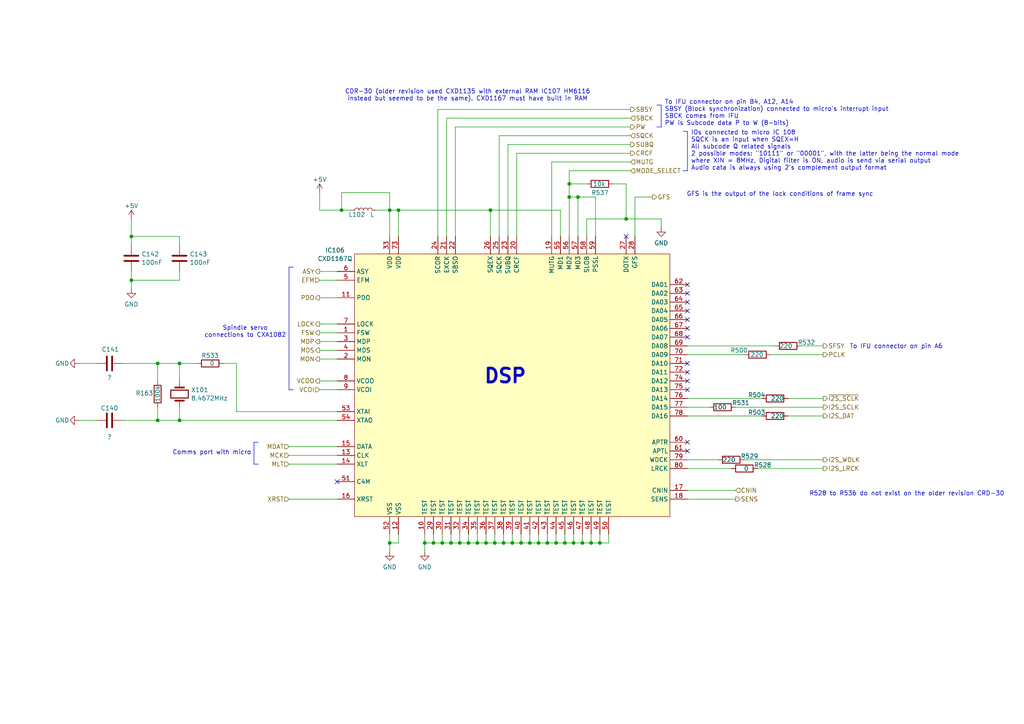
<source format=kicad_sch>
(kicad_sch (version 20231120) (generator "eeschema") (generator_version "8.0")
  (paper "A4")
  (title_block (title "PC-Engine CDR-30A (CD-ROM2) Schematics - MAIN PWR") (date "2024-05-03") (rev "0.1") (company "Author: Regis Galland"))
  (lib_symbols
    (symbol "Device:C" (pin_numbers hide) (pin_names (offset 0.254))
      (property "Reference" "C" (at 0.635 2.54 0))
      (property "Value" "C" (at 0.635 -2.54 0))
      (symbol "C_0_1"
        (polyline (pts (xy -2.032 -0.762) (xy 2.032 -0.762)) (stroke (width 0.508)))
        (polyline (pts (xy -2.032 0.762) (xy 2.032 0.762)) (stroke (width 0.508)))
      )
      (symbol "C_1_1"
        (pin passive line (at 0 3.81 270) (length 2.794) (name "~") (number "1"))
        (pin passive line (at 0 -3.81 90) (length 2.794) (name "~") (number "2"))
      )
    )
    (symbol "Device:Crystal" (pin_numbers hide) (pin_names (offset 1.016) hide)
      (property "Reference" "Y" (at 0 3.81 0))
      (property "Value" "Crystal" (at 0 -3.81 0))
      (symbol "Crystal_0_1"
        (rectangle (start -1.143 2.54) (end 1.143 -2.54) (stroke (width 0.3048)))
        (polyline (pts (xy -2.54 0) (xy -1.905 0)))
        (polyline (pts (xy -1.905 -1.27) (xy -1.905 1.27)) (stroke (width 0.508)))
        (polyline (pts (xy 1.905 -1.27) (xy 1.905 1.27)) (stroke (width 0.508)))
        (polyline (pts (xy 2.54 0) (xy 1.905 0)))
      )
      (symbol "Crystal_1_1"
        (pin passive line (at -3.81 0 0) (length 1.27) (name "1") (number "1"))
        (pin passive line (at 3.81 0 180) (length 1.27) (name "2") (number "2"))
      )
    )
    (symbol "Device:L" (pin_numbers hide) (pin_names (offset 1.016) hide)
      (property "Reference" "L" (at -1.27 0 90))
      (property "Value" "L" (at 1.905 0 90))
      (symbol "L_0_1"
        (arc (start 0 -2.54) (mid 0.6323 -1.905) (end 0 -1.27))
        (arc (start 0 -1.27) (mid 0.6323 -0.635) (end 0 0))
        (arc (start 0 0) (mid 0.6323 0.635) (end 0 1.27))
        (arc (start 0 1.27) (mid 0.6323 1.905) (end 0 2.54))
      )
      (symbol "L_1_1"
        (pin passive line (at 0 3.81 270) (length 1.27) (name "1") (number "1"))
        (pin passive line (at 0 -3.81 90) (length 1.27) (name "2") (number "2"))
      )
    )
    (symbol "Device:R" (pin_numbers hide) (pin_names (offset 0))
      (property "Reference" "R" (at 2.032 0 90))
      (property "Value" "R" (at 0 0 90))
      (symbol "R_0_1"
        (rectangle (start -1.016 -2.54) (end 1.016 2.54) (stroke (width 0.254)))
      )
      (symbol "R_1_1"
        (pin passive line (at 0 3.81 270) (length 1.27) (name "~") (number "1"))
        (pin passive line (at 0 -3.81 90) (length 1.27) (name "~") (number "2"))
      )
    )
    (symbol "PC-Engine_CDR-30:CXD1167Q"
      (property "Reference" "IC1071" (at -51.4252 39.165 0))
      (property "Value" "CXD1167Q" (at -51.4252 36.7407 0))
      (symbol "CXD1167Q_1_1"
        (rectangle (start -45.72 38.1) (end 45.72 -38.1) (fill (type background)))
        (pin output line (at -50.8 15.24 0) (length 5.08) (name "FSW") (number "1"))
        (pin input line (at -25.4 -43.18 90) (length 5.08) (name "TEST") (number "10"))
        (pin output line (at -50.8 25.4 0) (length 5.08) (name "PDO") (number "11"))
        (pin power_in line (at -33.02 -43.18 90) (length 5.08) (name "VSS") (number "12"))
        (pin input line (at -50.8 -20.32 0) (length 5.08) (name "CLK") (number "13"))
        (pin input line (at -50.8 -22.86 0) (length 5.08) (name "XLT") (number "14"))
        (pin input line (at -50.8 -17.78 0) (length 5.08) (name "DATA") (number "15"))
        (pin input line (at -50.8 -33.02 0) (length 5.08) (name "XRST") (number "16"))
        (pin input line (at 50.8 -30.48 180) (length 5.08) (name "CNIN") (number "17"))
        (pin output line (at 50.8 -33.02 180) (length 5.08) (name "SENS") (number "18"))
        (pin input line (at 11.43 43.18 270) (length 5.08) (name "MUTG") (number "19"))
        (pin output line (at -50.8 7.62 0) (length 5.08) (name "MON") (number "2"))
        (pin output line (at 1.27 43.18 270) (length 5.08) (name "CRCF") (number "20"))
        (pin input line (at -19.05 43.18 270) (length 5.08) (name "EXCK") (number "21"))
        (pin output line (at -16.51 43.18 270) (length 5.08) (name "SBSO") (number "22"))
        (pin output line (at -1.27 43.18 270) (length 5.08) (name "SUBQ") (number "23"))
        (pin output line (at -21.59 43.18 270) (length 5.08) (name "SCOR") (number "24"))
        (pin bidirectional line (at -3.81 43.18 270) (length 5.08) (name "SQCK") (number "25"))
        (pin input line (at -6.35 43.18 270) (length 5.08) (name "SQEX") (number "26"))
        (pin output line (at 33.02 43.18 270) (length 5.08) (name "DOTX") (number "27"))
        (pin output line (at 35.56 43.18 270) (length 5.08) (name "GFS") (number "28"))
        (pin input line (at -22.86 -43.18 90) (length 5.08) (name "TEST") (number "29"))
        (pin output line (at -50.8 12.7 0) (length 5.08) (name "MDP") (number "3"))
        (pin input line (at -20.32 -43.18 90) (length 5.08) (name "TEST") (number "30"))
        (pin input line (at -17.78 -43.18 90) (length 5.08) (name "TEST") (number "31"))
        (pin input line (at -15.24 -43.18 90) (length 5.08) (name "TEST") (number "32"))
        (pin power_in line (at -35.56 43.18 270) (length 5.08) (name "VDD") (number "33"))
        (pin input line (at -12.7 -43.18 90) (length 5.08) (name "TEST") (number "34"))
        (pin input line (at -10.16 -43.18 90) (length 5.08) (name "TEST") (number "35"))
        (pin input line (at -7.62 -43.18 90) (length 5.08) (name "TEST") (number "36"))
        (pin input line (at -5.08 -43.18 90) (length 5.08) (name "TEST") (number "37"))
        (pin input line (at -2.54 -43.18 90) (length 5.08) (name "TEST") (number "38"))
        (pin input line (at 0 -43.18 90) (length 5.08) (name "TEST") (number "39"))
        (pin output line (at -50.8 10.16 0) (length 5.08) (name "MDS") (number "4"))
        (pin input line (at 2.54 -43.18 90) (length 5.08) (name "TEST") (number "40"))
        (pin input line (at 5.08 -43.18 90) (length 5.08) (name "TEST") (number "41"))
        (pin input line (at 7.62 -43.18 90) (length 5.08) (name "TEST") (number "42"))
        (pin input line (at 10.16 -43.18 90) (length 5.08) (name "TEST") (number "43"))
        (pin input line (at 12.7 -43.18 90) (length 5.08) (name "TEST") (number "44"))
        (pin input line (at 15.24 -43.18 90) (length 5.08) (name "TEST") (number "45"))
        (pin input line (at 17.78 -43.18 90) (length 5.08) (name "TEST") (number "46"))
        (pin input line (at 20.32 -43.18 90) (length 5.08) (name "TEST") (number "47"))
        (pin input line (at 22.86 -43.18 90) (length 5.08) (name "TEST") (number "48"))
        (pin input line (at 25.4 -43.18 90) (length 5.08) (name "TEST") (number "49"))
        (pin input line (at -50.8 30.48 0) (length 5.08) (name "EFM") (number "5"))
        (pin input line (at 27.94 -43.18 90) (length 5.08) (name "TEST") (number "50"))
        (pin output line (at -50.8 -27.94 0) (length 5.08) (name "C4M") (number "51"))
        (pin power_in line (at -35.56 -43.18 90) (length 5.08) (name "VSS") (number "52"))
        (pin input line (at -50.8 -7.62 0) (length 5.08) (name "XTAI") (number "53"))
        (pin output line (at -50.8 -10.16 0) (length 5.08) (name "XTAO") (number "54"))
        (pin input line (at 13.97 43.18 270) (length 5.08) (name "MD1") (number "55"))
        (pin input line (at 16.51 43.18 270) (length 5.08) (name "MD2") (number "56"))
        (pin input line (at 19.05 43.18 270) (length 5.08) (name "MD3") (number "57"))
        (pin input line (at 21.59 43.18 270) (length 5.08) (name "SLOB") (number "58"))
        (pin input line (at 24.13 43.18 270) (length 5.08) (name "PSSL") (number "59"))
        (pin output line (at -50.8 33.02 0) (length 5.08) (name "ASY") (number "6"))
        (pin output line (at 50.8 -16.51 180) (length 5.08) (name "APTR") (number "60"))
        (pin output line (at 50.8 -19.05 180) (length 5.08) (name "APTL") (number "61"))
        (pin output line (at 50.8 29.21 180) (length 5.08) (name "DA01") (number "62"))
        (pin output line (at 50.8 26.67 180) (length 5.08) (name "DA02") (number "63"))
        (pin output line (at 50.8 24.13 180) (length 5.08) (name "DA03") (number "64"))
        (pin output line (at 50.8 21.59 180) (length 5.08) (name "DA04") (number "65"))
        (pin output line (at 50.8 19.05 180) (length 5.08) (name "DA05") (number "66"))
        (pin output line (at 50.8 16.51 180) (length 5.08) (name "DA06") (number "67"))
        (pin output line (at 50.8 13.97 180) (length 5.08) (name "DA07") (number "68"))
        (pin output line (at 50.8 11.43 180) (length 5.08) (name "DA08") (number "69"))
        (pin output line (at -50.8 17.78 0) (length 5.08) (name "LOCK") (number "7"))
        (pin output line (at 50.8 8.89 180) (length 5.08) (name "DA09") (number "70"))
        (pin output line (at 50.8 6.35 180) (length 5.08) (name "DA10") (number "71"))
        (pin output line (at 50.8 3.81 180) (length 5.08) (name "DA11") (number "72"))
        (pin power_in line (at -33.02 43.18 270) (length 5.08) (name "VDD") (number "73"))
        (pin output line (at 50.8 1.27 180) (length 5.08) (name "DA12") (number "74"))
        (pin output line (at 50.8 -1.27 180) (length 5.08) (name "DA13") (number "75"))
        (pin output line (at 50.8 -3.81 180) (length 5.08) (name "DA14") (number "76"))
        (pin output line (at 50.8 -6.35 180) (length 5.08) (name "DA15") (number "77"))
        (pin output line (at 50.8 -8.89 180) (length 5.08) (name "DA16") (number "78"))
        (pin output line (at 50.8 -21.59 180) (length 5.08) (name "WDCK") (number "79"))
        (pin output line (at -50.8 1.27 0) (length 5.08) (name "VCOO") (number "8"))
        (pin output line (at 50.8 -24.13 180) (length 5.08) (name "LRCK") (number "80"))
        (pin input line (at -50.8 -1.27 0) (length 5.08) (name "VCOI") (number "9"))
      )
    )
    (symbol "power:+5V" (power) (pin_numbers hide) (pin_names (offset 0) hide)
      (property "Value" "+5V" (at 0 3.556 0))
      (symbol "+5V_0_1"
        (polyline (pts (xy -0.762 1.27) (xy 0 2.54)))
        (polyline (pts (xy 0 0) (xy 0 2.54)))
        (polyline (pts (xy 0 2.54) (xy 0.762 1.27)))
      )
      (symbol "+5V_1_1"
        (pin power_in line (at 0 0 90) (length 0) (name "~") (number "1"))
      )
    )
    (symbol "power:GND" (power) (pin_numbers hide) (pin_names (offset 0) hide)
      (property "Value" "GND" (at 0 -3.81 0))
      (symbol "GND_0_1"
        (polyline (pts (xy 0 0) (xy 0 -1.27) (xy 1.27 -1.27) (xy 0 -2.54) (xy -1.27 -1.27) (xy 0 -1.27)))
      )
      (symbol "GND_1_1"
        (pin power_in line (at 0 0 270) (length 0) (name "~") (number "1"))
      )
    )
  )
  (junction (at 113.03 60.96))
  (junction (at 38.1 81.28))
  (junction (at 138.43 157.48))
  (junction (at 38.1 68.58))
  (junction (at 140.97 157.48))
  (junction (at 156.21 157.48))
  (junction (at 135.89 157.48))
  (junction (at 158.75 157.48))
  (junction (at 161.29 157.48))
  (junction (at 167.64 57.15))
  (junction (at 151.13 157.48))
  (junction (at 115.57 60.96))
  (junction (at 148.59 157.48))
  (junction (at 45.72 105.41))
  (junction (at 52.07 105.41))
  (junction (at 130.81 157.48))
  (junction (at 133.35 157.48))
  (junction (at 143.51 157.48))
  (junction (at 99.06 60.96))
  (junction (at 146.05 157.48))
  (junction (at 165.1 53.34))
  (junction (at 52.07 121.92))
  (junction (at 163.83 157.48))
  (junction (at 166.37 157.48))
  (junction (at 125.73 157.48))
  (junction (at 142.24 60.96))
  (junction (at 173.99 157.48))
  (junction (at 171.45 157.48))
  (junction (at 153.67 157.48))
  (junction (at 168.91 157.48))
  (junction (at 113.03 157.48))
  (junction (at 123.19 157.48))
  (junction (at 165.1 57.15))
  (junction (at 128.27 157.48))
  (junction (at 181.61 63.5))
  (junction (at 45.72 121.92))
  (no_connect (at 199.39 87.63))
  (no_connect (at 199.39 90.17))
  (no_connect (at 199.39 128.27))
  (no_connect (at 199.39 97.79))
  (no_connect (at 199.39 92.71))
  (no_connect (at 97.79 139.7))
  (no_connect (at 199.39 130.81))
  (no_connect (at 199.39 85.09))
  (no_connect (at 181.61 68.58))
  (no_connect (at 199.39 113.03))
  (no_connect (at 199.39 110.49))
  (no_connect (at 199.39 107.95))
  (no_connect (at 199.39 105.41))
  (no_connect (at 199.39 82.55))
  (no_connect (at 199.39 95.25))
  (wire (pts (xy 52.07 68.58) (xy 52.07 71.12)))
  (wire (pts (xy 83.82 132.08) (xy 97.79 132.08)))
  (wire (pts (xy 92.71 86.36) (xy 97.79 86.36)))
  (wire (pts (xy 146.05 154.94) (xy 146.05 157.48)))
  (wire (pts (xy 228.6 120.65) (xy 238.76 120.65)))
  (wire (pts (xy 38.1 71.12) (xy 38.1 68.58)))
  (wire (pts (xy 113.03 60.96) (xy 113.03 55.88)))
  (wire (pts (xy 83.82 134.62) (xy 97.79 134.62)))
  (wire (pts (xy 38.1 81.28) (xy 38.1 78.74)))
  (wire (pts (xy 142.24 60.96) (xy 115.57 60.96)))
  (wire (pts (xy 144.78 68.58) (xy 144.78 39.37)))
  (wire (pts (xy 171.45 154.94) (xy 171.45 157.48)))
  (wire (pts (xy 151.13 154.94) (xy 151.13 157.48)))
  (wire (pts (xy 92.71 104.14) (xy 97.79 104.14)))
  (wire (pts (xy 199.39 100.33) (xy 224.79 100.33)))
  (wire (pts (xy 172.72 57.15) (xy 172.72 68.58)))
  (wire (pts (xy 92.71 81.28) (xy 97.79 81.28)))
  (polyline (pts (xy 73.66 128.27) (xy 73.66 134.62)))
  (wire (pts (xy 97.79 119.38) (xy 68.58 119.38)))
  (polyline (pts (xy 199.39 38.1) (xy 199.39 49.53)))
  (wire (pts (xy 184.15 57.15) (xy 189.23 57.15)))
  (wire (pts (xy 165.1 57.15) (xy 165.1 68.58)))
  (wire (pts (xy 99.06 55.88) (xy 99.06 60.96)))
  (wire (pts (xy 130.81 154.94) (xy 130.81 157.48)))
  (wire (pts (xy 38.1 83.82) (xy 38.1 81.28)))
  (wire (pts (xy 165.1 53.34) (xy 165.1 57.15)))
  (wire (pts (xy 92.71 113.03) (xy 97.79 113.03)))
  (wire (pts (xy 99.06 60.96) (xy 101.6 60.96)))
  (wire (pts (xy 181.61 63.5) (xy 191.77 63.5)))
  (wire (pts (xy 123.19 160.02) (xy 123.19 157.48)))
  (polyline (pts (xy 74.93 134.62) (xy 73.66 134.62)))
  (wire (pts (xy 109.22 60.96) (xy 113.03 60.96)))
  (wire (pts (xy 161.29 154.94) (xy 161.29 157.48)))
  (wire (pts (xy 68.58 119.38) (xy 68.58 105.41)))
  (wire (pts (xy 181.61 53.34) (xy 181.61 63.5)))
  (wire (pts (xy 170.18 68.58) (xy 170.18 63.5)))
  (wire (pts (xy 92.71 99.06) (xy 97.79 99.06)))
  (wire (pts (xy 113.03 157.48) (xy 115.57 157.48)))
  (wire (pts (xy 144.78 39.37) (xy 182.88 39.37)))
  (wire (pts (xy 138.43 154.94) (xy 138.43 157.48)))
  (wire (pts (xy 213.36 144.78) (xy 199.39 144.78)))
  (wire (pts (xy 127 31.75) (xy 127 68.58)))
  (wire (pts (xy 115.57 60.96) (xy 115.57 68.58)))
  (wire (pts (xy 177.8 53.34) (xy 181.61 53.34)))
  (wire (pts (xy 167.64 57.15) (xy 167.64 68.58)))
  (wire (pts (xy 123.19 154.94) (xy 123.19 157.48)))
  (wire (pts (xy 199.39 118.11) (xy 205.74 118.11)))
  (wire (pts (xy 83.82 144.78) (xy 97.79 144.78)))
  (wire (pts (xy 125.73 154.94) (xy 125.73 157.48)))
  (wire (pts (xy 45.72 105.41) (xy 52.07 105.41)))
  (wire (pts (xy 92.71 101.6) (xy 97.79 101.6)))
  (wire (pts (xy 160.02 46.99) (xy 160.02 68.58)))
  (wire (pts (xy 133.35 154.94) (xy 133.35 157.48)))
  (wire (pts (xy 22.86 105.41) (xy 27.94 105.41)))
  (wire (pts (xy 182.88 31.75) (xy 127 31.75)))
  (wire (pts (xy 176.53 157.48) (xy 176.53 154.94)))
  (wire (pts (xy 92.71 93.98) (xy 97.79 93.98)))
  (wire (pts (xy 173.99 154.94) (xy 173.99 157.48)))
  (wire (pts (xy 147.32 41.91) (xy 182.88 41.91)))
  (wire (pts (xy 92.71 60.96) (xy 99.06 60.96)))
  (wire (pts (xy 215.9 133.35) (xy 238.76 133.35)))
  (wire (pts (xy 158.75 157.48) (xy 161.29 157.48)))
  (wire (pts (xy 153.67 154.94) (xy 153.67 157.48)))
  (wire (pts (xy 165.1 49.53) (xy 165.1 53.34)))
  (polyline (pts (xy 190.5 30.48) (xy 191.77 30.48)))
  (wire (pts (xy 92.71 110.49) (xy 97.79 110.49)))
  (polyline (pts (xy 191.77 30.48) (xy 191.77 36.83)))
  (wire (pts (xy 113.03 157.48) (xy 113.03 154.94)))
  (polyline (pts (xy 198.12 38.1) (xy 199.39 38.1)))
  (wire (pts (xy 165.1 57.15) (xy 167.64 57.15)))
  (wire (pts (xy 99.06 55.88) (xy 113.03 55.88)))
  (wire (pts (xy 182.88 49.53) (xy 165.1 49.53)))
  (wire (pts (xy 52.07 110.49) (xy 52.07 105.41)))
  (wire (pts (xy 147.32 68.58) (xy 147.32 41.91)))
  (wire (pts (xy 182.88 46.99) (xy 160.02 46.99)))
  (wire (pts (xy 199.39 102.87) (xy 215.9 102.87)))
  (wire (pts (xy 199.39 115.57) (xy 220.98 115.57)))
  (wire (pts (xy 115.57 60.96) (xy 113.03 60.96)))
  (polyline (pts (xy 74.93 128.27) (xy 73.66 128.27)))
  (wire (pts (xy 113.03 60.96) (xy 113.03 68.58)))
  (wire (pts (xy 171.45 157.48) (xy 173.99 157.48)))
  (wire (pts (xy 128.27 157.48) (xy 130.81 157.48)))
  (wire (pts (xy 168.91 154.94) (xy 168.91 157.48)))
  (wire (pts (xy 83.82 129.54) (xy 97.79 129.54)))
  (wire (pts (xy 146.05 157.48) (xy 148.59 157.48)))
  (wire (pts (xy 173.99 157.48) (xy 176.53 157.48)))
  (wire (pts (xy 57.15 105.41) (xy 52.07 105.41)))
  (wire (pts (xy 158.75 154.94) (xy 158.75 157.48)))
  (wire (pts (xy 68.58 105.41) (xy 64.77 105.41)))
  (wire (pts (xy 45.72 118.11) (xy 45.72 121.92)))
  (wire (pts (xy 140.97 157.48) (xy 143.51 157.48)))
  (wire (pts (xy 129.54 68.58) (xy 129.54 34.29)))
  (wire (pts (xy 45.72 105.41) (xy 45.72 110.49)))
  (wire (pts (xy 165.1 53.34) (xy 170.18 53.34)))
  (wire (pts (xy 35.56 121.92) (xy 45.72 121.92)))
  (wire (pts (xy 97.79 78.74) (xy 92.71 78.74)))
  (wire (pts (xy 167.64 57.15) (xy 172.72 57.15)))
  (wire (pts (xy 52.07 118.11) (xy 52.07 121.92)))
  (wire (pts (xy 38.1 68.58) (xy 52.07 68.58)))
  (wire (pts (xy 168.91 157.48) (xy 171.45 157.48)))
  (wire (pts (xy 125.73 157.48) (xy 128.27 157.48)))
  (wire (pts (xy 135.89 157.48) (xy 138.43 157.48)))
  (wire (pts (xy 161.29 157.48) (xy 163.83 157.48)))
  (wire (pts (xy 163.83 154.94) (xy 163.83 157.48)))
  (wire (pts (xy 128.27 154.94) (xy 128.27 157.48)))
  (wire (pts (xy 199.39 120.65) (xy 220.98 120.65)))
  (wire (pts (xy 143.51 157.48) (xy 143.51 154.94)))
  (wire (pts (xy 213.36 142.24) (xy 199.39 142.24)))
  (wire (pts (xy 151.13 157.48) (xy 153.67 157.48)))
  (wire (pts (xy 149.86 44.45) (xy 149.86 68.58)))
  (wire (pts (xy 135.89 154.94) (xy 135.89 157.48)))
  (wire (pts (xy 92.71 96.52) (xy 97.79 96.52)))
  (wire (pts (xy 138.43 157.48) (xy 140.97 157.48)))
  (wire (pts (xy 143.51 157.48) (xy 146.05 157.48)))
  (wire (pts (xy 132.08 36.83) (xy 182.88 36.83)))
  (wire (pts (xy 130.81 157.48) (xy 133.35 157.48)))
  (wire (pts (xy 182.88 44.45) (xy 149.86 44.45)))
  (wire (pts (xy 52.07 78.74) (xy 52.07 81.28)))
  (wire (pts (xy 115.57 157.48) (xy 115.57 154.94)))
  (wire (pts (xy 148.59 154.94) (xy 148.59 157.48)))
  (polyline (pts (xy 198.12 49.53) (xy 199.39 49.53)))
  (wire (pts (xy 22.86 121.92) (xy 27.94 121.92)))
  (wire (pts (xy 223.52 102.87) (xy 238.76 102.87)))
  (polyline (pts (xy 83.82 77.47) (xy 83.82 113.03)))
  (wire (pts (xy 219.71 135.89) (xy 238.76 135.89)))
  (polyline (pts (xy 190.5 36.83) (xy 191.77 36.83)))
  (polyline (pts (xy 85.09 77.47) (xy 83.82 77.47)))
  (wire (pts (xy 140.97 154.94) (xy 140.97 157.48)))
  (wire (pts (xy 38.1 63.5) (xy 38.1 68.58)))
  (wire (pts (xy 199.39 133.35) (xy 208.28 133.35)))
  (wire (pts (xy 35.56 105.41) (xy 45.72 105.41)))
  (wire (pts (xy 92.71 55.88) (xy 92.71 60.96)))
  (wire (pts (xy 148.59 157.48) (xy 151.13 157.48)))
  (wire (pts (xy 156.21 157.48) (xy 158.75 157.48)))
  (wire (pts (xy 213.36 118.11) (xy 238.76 118.11)))
  (wire (pts (xy 113.03 160.02) (xy 113.03 157.48)))
  (wire (pts (xy 52.07 121.92) (xy 97.79 121.92)))
  (wire (pts (xy 123.19 157.48) (xy 125.73 157.48)))
  (wire (pts (xy 133.35 157.48) (xy 135.89 157.48)))
  (wire (pts (xy 232.41 100.33) (xy 238.76 100.33)))
  (wire (pts (xy 170.18 63.5) (xy 181.61 63.5)))
  (wire (pts (xy 228.6 115.57) (xy 238.76 115.57)))
  (wire (pts (xy 163.83 157.48) (xy 166.37 157.48)))
  (wire (pts (xy 156.21 154.94) (xy 156.21 157.48)))
  (wire (pts (xy 45.72 121.92) (xy 52.07 121.92)))
  (wire (pts (xy 199.39 135.89) (xy 212.09 135.89)))
  (wire (pts (xy 142.24 60.96) (xy 142.24 68.58)))
  (wire (pts (xy 184.15 68.58) (xy 184.15 57.15)))
  (wire (pts (xy 162.56 60.96) (xy 162.56 68.58)))
  (wire (pts (xy 129.54 34.29) (xy 182.88 34.29)))
  (wire (pts (xy 132.08 68.58) (xy 132.08 36.83)))
  (wire (pts (xy 52.07 81.28) (xy 38.1 81.28)))
  (wire (pts (xy 162.56 60.96) (xy 142.24 60.96)))
  (wire (pts (xy 153.67 157.48) (xy 156.21 157.48)))
  (polyline (pts (xy 85.09 113.03) (xy 83.82 113.03)))
  (wire (pts (xy 166.37 154.94) (xy 166.37 157.48)))
  (wire (pts (xy 191.77 66.04) (xy 191.77 63.5)))
  (wire (pts (xy 166.37 157.48) (xy 168.91 157.48)))
  (text "DSP" (at 146.558 109.22 0) (effects (font (size 4 4) (thickness 0.8) (bold yes))))
  (text "Comms port with micro" (at 61.468 131.318 0) (effects (font (size 1.27 1.27))))
  (text "GFS is the output of the lock conditions of frame sync" (at 199.136 56.388 0) (effects (font (size 1.27 1.27)) (justify left)))
  (text "To IFU connector on pin B4, A12, A14\nSBSY (Block synchronization) connected to micro's interrupt input\nSBCK comes from IFU\nPW is Subcode data P to W (8-bits)" (at 192.786 32.766 0) (effects (font (size 1.27 1.27)) (justify left)))
  (text "R528 to R536 do not exist on the older revision CRD-30" (at 234.696 143.256 0) (effects (font (size 1.27 1.27)) (justify left)))
  (text "IOs connected to micro IC 108\nSQCK is an input when SQEX=H\nAll subcode Q related signals\n2 possible modes: \"10111\" or \"00001\", with the latter being the normal mode\nwhere XIN = 8MHz, Digital filter is ON, audio is send via serial output\nAudio cata is always using 2's complement output format\n" (at 200.406 43.688 0) (effects (font (size 1.27 1.27)) (justify left)))
  (text "CDR-30 (older revision used CXD1135 with external RAM IC107 HM6116\ninstead but seemed to be the same). CXD1167 must have built in RAM" (at 135.636 27.686 0) (effects (font (size 1.27 1.27))))
  (text "Spindle servo\nconnections to CXA1082\n" (at 71.12 96.266 0) (effects (font (size 1.27 1.27))))
  (text "To IFU connector on pin A6" (at 246.38 100.584 0) (effects (font (size 1.27 1.27)) (justify left)))
  (hierarchical_label "VCOO" (shape output) (at 92.71 110.49 180))
  (hierarchical_label "SFSY" (shape output) (at 238.76 100.33 0))
  (hierarchical_label "PDO" (shape output) (at 92.71 86.36 180))
  (hierarchical_label "SBCK" (shape input) (at 182.88 34.29 0))
  (hierarchical_label "SBSY" (shape output) (at 182.88 31.75 0))
  (hierarchical_label "~{I2S_SCLK}" (shape output) (at 238.76 115.57 0))
  (hierarchical_label "MON" (shape output) (at 92.71 104.14 180))
  (hierarchical_label "FSW" (shape output) (at 92.71 96.52 180))
  (hierarchical_label "PCLK" (shape output) (at 238.76 102.87 0))
  (hierarchical_label "XRST" (shape input) (at 83.82 144.78 180))
  (hierarchical_label "MUTG" (shape input) (at 182.88 46.99 0))
  (hierarchical_label "GFS" (shape output) (at 189.23 57.15 0))
  (hierarchical_label "I2S_DAT" (shape output) (at 238.76 120.65 0))
  (hierarchical_label "MDAT" (shape input) (at 83.82 129.54 180))
  (hierarchical_label "EFM" (shape input) (at 92.71 81.28 180))
  (hierarchical_label "SQCK" (shape input) (at 182.88 39.37 0))
  (hierarchical_label "MODE_SELECT" (shape input) (at 182.88 49.53 0))
  (hierarchical_label "ASY" (shape output) (at 92.71 78.74 180))
  (hierarchical_label "CRCF" (shape output) (at 182.88 44.45 0))
  (hierarchical_label "I2S_LRCK" (shape output) (at 238.76 135.89 0))
  (hierarchical_label "LOCK" (shape output) (at 92.71 93.98 180))
  (hierarchical_label "MDP" (shape output) (at 92.71 99.06 180))
  (hierarchical_label "SUBQ" (shape output) (at 182.88 41.91 0))
  (hierarchical_label "MCK" (shape input) (at 83.82 132.08 180))
  (hierarchical_label "PW" (shape output) (at 182.88 36.83 0))
  (hierarchical_label "CNIN" (shape input) (at 213.36 142.24 0))
  (hierarchical_label "MLT" (shape input) (at 83.82 134.62 180))
  (hierarchical_label "I2S_WDLK" (shape output) (at 238.76 133.35 0))
  (hierarchical_label "MDS" (shape output) (at 92.71 101.6 180))
  (hierarchical_label "VCOI" (shape input) (at 92.71 113.03 180))
  (hierarchical_label "SENS" (shape output) (at 213.36 144.78 0))
  (hierarchical_label "I2S_SCLK" (shape output) (at 238.76 118.11 0))
  (symbol (lib_id "power:GND") (at 113.03 160.02 0) (unit 1)
    (property "Reference" "#PWR062" (effects (hide yes)))
    (property "Value" "GND" (at 113.03 164.4634 0))
    (property "Description" "Power symbol creates a global label with name \"GND\" , ground" (effects (hide yes)))
  )
  (symbol (lib_id "power:GND") (at 191.77 66.04 0) (unit 1)
    (property "Reference" "#PWR057" (effects (hide yes)))
    (property "Value" "GND" (at 191.77 70.4834 0))
    (property "Description" "Power symbol creates a global label with name \"GND\" , ground" (effects (hide yes)))
  )
  (symbol (lib_id "Device:R") (at 228.6 100.33 270) (mirror x) (unit 1)
    (property "Reference" "R532" (at 236.474 99.314 90) (effects (justify right)))
    (property "Value" "220" (at 229.87 100.33 90) (effects (justify right)))
    (property "Footprint" "Resistor_SMD:R_0603_1608Metric" (effects (hide yes)))
  )
  (symbol (lib_id "Device:R") (at 219.71 102.87 270) (mirror x) (unit 1)
    (property "Reference" "R500" (at 216.916 101.6 90) (effects (justify right)))
    (property "Value" "220" (at 221.488 102.87 90) (effects (justify right)))
    (property "Footprint" "Resistor_SMD:R_0603_1608Metric" (effects (hide yes)))
  )
  (symbol (lib_id "Device:R") (at 60.96 105.41 270) (mirror x) (unit 1)
    (property "Reference" "R533" (at 63.5 103.124 90) (effects (justify right)))
    (property "Value" "0" (at 62.23 105.41 90) (effects (justify right)))
    (property "Footprint" "Resistor_SMD:R_0603_1608Metric" (effects (hide yes)))
  )
  (symbol (lib_id "Device:R") (at 224.79 115.57 90) (unit 1)
    (property "Reference" "R504" (at 216.916 114.554 90) (effects (justify right)))
    (property "Value" "220" (at 223.52 115.57 90) (effects (justify right)))
    (property "Footprint" "Resistor_SMD:R_0603_1608Metric" (effects (hide yes)))
  )
  (symbol (lib_id "power:+5V") (at 92.71 55.88 0) (unit 1)
    (property "Reference" "#PWR055" (effects (hide yes)))
    (property "Value" "+5V" (at 92.71 52.07 0))
    (property "Description" "Power symbol creates a global label with name \"+5V\"" (effects (hide yes)))
  )
  (symbol (lib_id "Device:R") (at 45.72 114.3 0) (unit 1)
    (property "Reference" "R163" (at 44.45 114.046 0) (effects (justify right)))
    (property "Value" "100k" (at 45.72 111.76 90) (effects (justify right)))
    (property "Footprint" "Resistor_SMD:R_0603_1608Metric" (effects (hide yes)))
  )
  (symbol (lib_id "Device:R") (at 212.09 133.35 270) (mirror x) (unit 1)
    (property "Reference" "R529" (at 219.964 132.334 90) (effects (justify right)))
    (property "Value" "220" (at 213.36 133.35 90) (effects (justify right)))
    (property "Footprint" "Resistor_SMD:R_0603_1608Metric" (effects (hide yes)))
  )
  (symbol (lib_id "power:GND") (at 123.19 160.02 0) (unit 1)
    (property "Reference" "#PWR063" (effects (hide yes)))
    (property "Value" "GND" (at 123.19 164.4634 0))
    (property "Description" "Power symbol creates a global label with name \"GND\" , ground" (effects (hide yes)))
  )
  (symbol (lib_id "Device:C") (at 31.75 105.41 270) (unit 1)
    (property "Reference" "C141" (at 32.004 101.346 90))
    (property "Value" "?" (at 31.75 109.474 90))
    (property "Footprint" "Capacitor_SMD:C_0603_1608Metric" (effects (hide yes)))
  )
  (symbol (lib_id "Device:R") (at 173.99 53.34 90) (unit 1)
    (property "Reference" "R537" (at 171.45 55.88 90) (effects (justify right)))
    (property "Value" "10k" (at 171.958 53.34 90) (effects (justify right)))
    (property "Footprint" "Resistor_SMD:R_0603_1608Metric" (effects (hide yes)))
  )
  (symbol (lib_id "PC-Engine_CDR-30:CXD1167Q") (at 148.59 111.76 0) (unit 1)
    (property "Reference" "IC106" (at 97.1648 72.595 0))
    (property "Value" "CXD1167Q" (at 97.1648 75.0193 0))
    (property "Footprint" "Package_QFP:PQFP-100_14x20mm_P0.65mm" (effects (hide yes)))
  )
  (symbol (lib_id "Device:R") (at 224.79 120.65 90) (unit 1)
    (property "Reference" "R503" (at 216.916 119.634 90) (effects (justify right)))
    (property "Value" "220" (at 223.52 120.65 90) (effects (justify right)))
    (property "Footprint" "Resistor_SMD:R_0603_1608Metric" (effects (hide yes)))
  )
  (symbol (lib_id "Device:R") (at 215.9 135.89 270) (mirror x) (unit 1)
    (property "Reference" "R528" (at 223.774 134.874 90) (effects (justify right)))
    (property "Value" "0" (at 217.17 135.89 90) (effects (justify right)))
    (property "Footprint" "Resistor_SMD:R_0603_1608Metric" (effects (hide yes)))
  )
  (symbol (lib_id "power:GND") (at 22.86 105.41 270) (unit 1)
    (property "Reference" "#PWR059" (effects (hide yes)))
    (property "Value" "GND" (at 18.034 105.41 90))
    (property "Description" "Power symbol creates a global label with name \"GND\" , ground" (effects (hide yes)))
  )
  (symbol (lib_id "Device:Crystal") (at 52.07 114.3 90) (unit 1)
    (property "Reference" "X101" (at 55.3974 113.0878 90) (effects (justify right)))
    (property "Value" "8.4672MHz" (at 55.3974 115.5121 90) (effects (justify right)))
    (property "Description" "Two pin crystal" (effects (hide yes)))
  )
  (symbol (lib_id "Device:L") (at 105.41 60.96 90) (unit 1)
    (property "Reference" "L102" (at 103.505 62.23 90))
    (property "Value" "L" (at 107.95 62.23 90))
  )
  (symbol (lib_id "power:+5V") (at 38.1 63.5 0) (unit 1)
    (property "Reference" "#PWR056" (effects (hide yes)))
    (property "Value" "+5V" (at 38.1 59.69 0))
    (property "Description" "Power symbol creates a global label with name \"+5V\"" (effects (hide yes)))
  )
  (symbol (lib_id "Device:C") (at 38.1 74.93 0) (unit 1)
    (property "Reference" "C142" (at 41.021 73.7178 0) (effects (justify left)))
    (property "Value" "100nF" (at 41.021 76.1421 0) (effects (justify left)))
    (property "Footprint" "Capacitor_SMD:C_0603_1608Metric" (effects (hide yes)))
  )
  (symbol (lib_id "Device:C") (at 52.07 74.93 0) (unit 1)
    (property "Reference" "C143" (at 54.991 73.7178 0) (effects (justify left)))
    (property "Value" "100nF" (at 54.991 76.1421 0) (effects (justify left)))
    (property "Footprint" "Capacitor_SMD:C_0603_1608Metric" (effects (hide yes)))
  )
  (symbol (lib_id "Device:R") (at 209.55 118.11 270) (mirror x) (unit 1)
    (property "Reference" "R531" (at 217.424 116.84 90) (effects (justify right)))
    (property "Value" "100" (at 210.82 118.11 90) (effects (justify right)))
    (property "Footprint" "Resistor_SMD:R_0603_1608Metric" (effects (hide yes)))
  )
  (symbol (lib_id "Device:C") (at 31.75 121.92 90) (unit 1)
    (property "Reference" "C140" (at 31.75 118.364 90))
    (property "Value" "?" (at 31.75 126.746 90))
    (property "Footprint" "Capacitor_SMD:C_0603_1608Metric" (effects (hide yes)))
  )
  (symbol (lib_id "power:GND") (at 38.1 83.82 0) (unit 1)
    (property "Reference" "#PWR058" (effects (hide yes)))
    (property "Value" "GND" (at 38.1 88.2634 0))
    (property "Description" "Power symbol creates a global label with name \"GND\" , ground" (effects (hide yes)))
  )
  (symbol (lib_id "power:GND") (at 22.86 121.92 270) (unit 1)
    (property "Reference" "#PWR060" (effects (hide yes)))
    (property "Value" "GND" (at 18.034 121.92 90))
    (property "Description" "Power symbol creates a global label with name \"GND\" , ground" (effects (hide yes)))
  )
)
</source>
